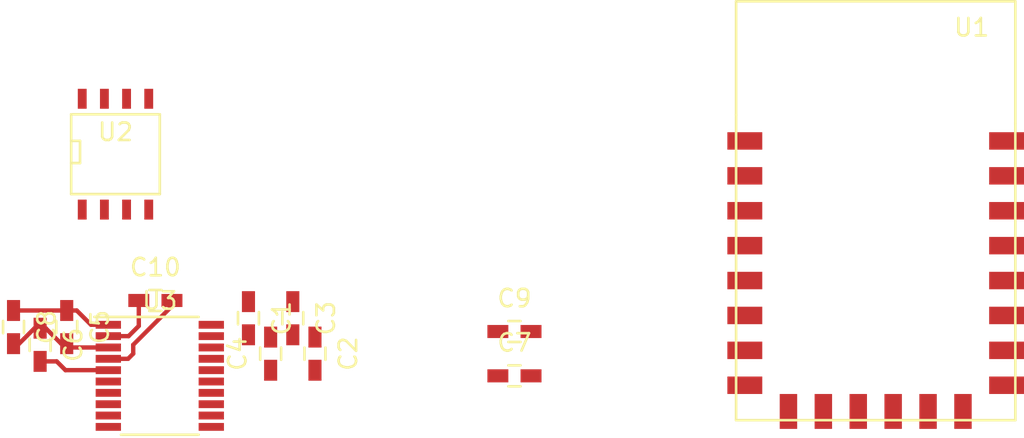
<source format=kicad_pcb>
(kicad_pcb (version 4) (host pcbnew 4.0.2+dfsg1-2~bpo8+1-stable)

  (general
    (links 27)
    (no_connects 19)
    (area 0 0 0 0)
    (thickness 1.6)
    (drawings 0)
    (tracks 24)
    (zones 0)
    (modules 13)
    (nets 7)
  )

  (page A4)
  (layers
    (0 F.Cu signal)
    (31 B.Cu signal)
    (32 B.Adhes user hide)
    (33 F.Adhes user hide)
    (34 B.Paste user hide)
    (35 F.Paste user hide)
    (36 B.SilkS user hide)
    (37 F.SilkS user hide)
    (38 B.Mask user hide)
    (39 F.Mask user hide)
    (40 Dwgs.User user)
    (41 Cmts.User user)
    (42 Eco1.User user hide)
    (43 Eco2.User user hide)
    (44 Edge.Cuts user hide)
    (45 Margin user)
    (46 B.CrtYd user)
    (47 F.CrtYd user)
    (48 B.Fab user hide)
    (49 F.Fab user hide)
  )

  (setup
    (last_trace_width 0.25)
    (trace_clearance 0.2)
    (zone_clearance 0.508)
    (zone_45_only no)
    (trace_min 0.2)
    (segment_width 0.2)
    (edge_width 0.1)
    (via_size 0.6)
    (via_drill 0.4)
    (via_min_size 0.4)
    (via_min_drill 0.3)
    (uvia_size 0.3)
    (uvia_drill 0.1)
    (uvias_allowed no)
    (uvia_min_size 0.2)
    (uvia_min_drill 0.1)
    (pcb_text_width 0.3)
    (pcb_text_size 1.5 1.5)
    (mod_edge_width 0.15)
    (mod_text_size 1 1)
    (mod_text_width 0.15)
    (pad_size 1.5 1.5)
    (pad_drill 0.6)
    (pad_to_mask_clearance 0)
    (aux_axis_origin 0 0)
    (visible_elements FFFCFF7F)
    (pcbplotparams
      (layerselection 0x00030_80000001)
      (usegerberextensions false)
      (excludeedgelayer true)
      (linewidth 0.100000)
      (plotframeref false)
      (viasonmask false)
      (mode 1)
      (useauxorigin false)
      (hpglpennumber 1)
      (hpglpenspeed 20)
      (hpglpendiameter 15)
      (hpglpenoverlay 2)
      (psnegative false)
      (psa4output false)
      (plotreference true)
      (plotvalue true)
      (plotinvisibletext false)
      (padsonsilk false)
      (subtractmaskfromsilk false)
      (outputformat 1)
      (mirror false)
      (drillshape 1)
      (scaleselection 1)
      (outputdirectory ""))
  )

  (net 0 "")
  (net 1 +3V3)
  (net 2 GND)
  (net 3 "Net-(C2-Pad2)")
  (net 4 "Net-(C6-Pad2)")
  (net 5 "Net-(C10-Pad1)")
  (net 6 "Net-(C10-Pad2)")

  (net_class Default "This is the default net class."
    (clearance 0.2)
    (trace_width 0.25)
    (via_dia 0.6)
    (via_drill 0.4)
    (uvia_dia 0.3)
    (uvia_drill 0.1)
    (add_net +3V3)
    (add_net GND)
    (add_net "Net-(C10-Pad1)")
    (add_net "Net-(C10-Pad2)")
    (add_net "Net-(C2-Pad2)")
    (add_net "Net-(C6-Pad2)")
  )

  (module Capacitors_SMD:C_0603_HandSoldering (layer F.Cu) (tedit 541A9B4D) (tstamp 58039B7D)
    (at 128.27 109.728 270)
    (descr "Capacitor SMD 0603, hand soldering")
    (tags "capacitor 0603")
    (path /5803945D)
    (attr smd)
    (fp_text reference C1 (at 0 -1.9 270) (layer F.SilkS)
      (effects (font (size 1 1) (thickness 0.15)))
    )
    (fp_text value 100nF (at 0 1.9 270) (layer F.Fab)
      (effects (font (size 1 1) (thickness 0.15)))
    )
    (fp_line (start -1.85 -0.75) (end 1.85 -0.75) (layer F.CrtYd) (width 0.05))
    (fp_line (start -1.85 0.75) (end 1.85 0.75) (layer F.CrtYd) (width 0.05))
    (fp_line (start -1.85 -0.75) (end -1.85 0.75) (layer F.CrtYd) (width 0.05))
    (fp_line (start 1.85 -0.75) (end 1.85 0.75) (layer F.CrtYd) (width 0.05))
    (fp_line (start -0.35 -0.6) (end 0.35 -0.6) (layer F.SilkS) (width 0.15))
    (fp_line (start 0.35 0.6) (end -0.35 0.6) (layer F.SilkS) (width 0.15))
    (pad 1 smd rect (at -0.95 0 270) (size 1.2 0.75) (layers F.Cu F.Paste F.Mask)
      (net 1 +3V3))
    (pad 2 smd rect (at 0.95 0 270) (size 1.2 0.75) (layers F.Cu F.Paste F.Mask)
      (net 2 GND))
    (model Capacitors_SMD.3dshapes/C_0603_HandSoldering.wrl
      (at (xyz 0 0 0))
      (scale (xyz 1 1 1))
      (rotate (xyz 0 0 0))
    )
  )

  (module Capacitors_SMD:C_0603_HandSoldering (layer F.Cu) (tedit 541A9B4D) (tstamp 58039B83)
    (at 132.08 111.76 270)
    (descr "Capacitor SMD 0603, hand soldering")
    (tags "capacitor 0603")
    (path /580394C0)
    (attr smd)
    (fp_text reference C2 (at 0 -1.9 270) (layer F.SilkS)
      (effects (font (size 1 1) (thickness 0.15)))
    )
    (fp_text value 100nF (at 0 1.9 270) (layer F.Fab)
      (effects (font (size 1 1) (thickness 0.15)))
    )
    (fp_line (start -1.85 -0.75) (end 1.85 -0.75) (layer F.CrtYd) (width 0.05))
    (fp_line (start -1.85 0.75) (end 1.85 0.75) (layer F.CrtYd) (width 0.05))
    (fp_line (start -1.85 -0.75) (end -1.85 0.75) (layer F.CrtYd) (width 0.05))
    (fp_line (start 1.85 -0.75) (end 1.85 0.75) (layer F.CrtYd) (width 0.05))
    (fp_line (start -0.35 -0.6) (end 0.35 -0.6) (layer F.SilkS) (width 0.15))
    (fp_line (start 0.35 0.6) (end -0.35 0.6) (layer F.SilkS) (width 0.15))
    (pad 1 smd rect (at -0.95 0 270) (size 1.2 0.75) (layers F.Cu F.Paste F.Mask)
      (net 2 GND))
    (pad 2 smd rect (at 0.95 0 270) (size 1.2 0.75) (layers F.Cu F.Paste F.Mask)
      (net 3 "Net-(C2-Pad2)"))
    (model Capacitors_SMD.3dshapes/C_0603_HandSoldering.wrl
      (at (xyz 0 0 0))
      (scale (xyz 1 1 1))
      (rotate (xyz 0 0 0))
    )
  )

  (module Capacitors_SMD:C_0603_HandSoldering (layer F.Cu) (tedit 541A9B4D) (tstamp 58039BA7)
    (at 114.808 110.236 270)
    (descr "Capacitor SMD 0603, hand soldering")
    (tags "capacitor 0603")
    (path /5803A91B)
    (attr smd)
    (fp_text reference C8 (at 0 -1.9 270) (layer F.SilkS)
      (effects (font (size 1 1) (thickness 0.15)))
    )
    (fp_text value 100nF (at 0 1.9 270) (layer F.Fab)
      (effects (font (size 1 1) (thickness 0.15)))
    )
    (fp_line (start -1.85 -0.75) (end 1.85 -0.75) (layer F.CrtYd) (width 0.05))
    (fp_line (start -1.85 0.75) (end 1.85 0.75) (layer F.CrtYd) (width 0.05))
    (fp_line (start -1.85 -0.75) (end -1.85 0.75) (layer F.CrtYd) (width 0.05))
    (fp_line (start 1.85 -0.75) (end 1.85 0.75) (layer F.CrtYd) (width 0.05))
    (fp_line (start -0.35 -0.6) (end 0.35 -0.6) (layer F.SilkS) (width 0.15))
    (fp_line (start 0.35 0.6) (end -0.35 0.6) (layer F.SilkS) (width 0.15))
    (pad 1 smd rect (at -0.95 0 270) (size 1.2 0.75) (layers F.Cu F.Paste F.Mask)
      (net 1 +3V3))
    (pad 2 smd rect (at 0.95 0 270) (size 1.2 0.75) (layers F.Cu F.Paste F.Mask)
      (net 2 GND))
    (model Capacitors_SMD.3dshapes/C_0603_HandSoldering.wrl
      (at (xyz 0 0 0))
      (scale (xyz 1 1 1))
      (rotate (xyz 0 0 0))
    )
  )

  (module Capacitors_SMD:C_0603_HandSoldering (layer F.Cu) (tedit 541A9B4D) (tstamp 58039BAD)
    (at 143.51 110.49)
    (descr "Capacitor SMD 0603, hand soldering")
    (tags "capacitor 0603")
    (path /5803A1E4)
    (attr smd)
    (fp_text reference C9 (at 0 -1.9) (layer F.SilkS)
      (effects (font (size 1 1) (thickness 0.15)))
    )
    (fp_text value 100nF (at 0 1.9) (layer F.Fab)
      (effects (font (size 1 1) (thickness 0.15)))
    )
    (fp_line (start -1.85 -0.75) (end 1.85 -0.75) (layer F.CrtYd) (width 0.05))
    (fp_line (start -1.85 0.75) (end 1.85 0.75) (layer F.CrtYd) (width 0.05))
    (fp_line (start -1.85 -0.75) (end -1.85 0.75) (layer F.CrtYd) (width 0.05))
    (fp_line (start 1.85 -0.75) (end 1.85 0.75) (layer F.CrtYd) (width 0.05))
    (fp_line (start -0.35 -0.6) (end 0.35 -0.6) (layer F.SilkS) (width 0.15))
    (fp_line (start 0.35 0.6) (end -0.35 0.6) (layer F.SilkS) (width 0.15))
    (pad 1 smd rect (at -0.95 0) (size 1.2 0.75) (layers F.Cu F.Paste F.Mask)
      (net 1 +3V3))
    (pad 2 smd rect (at 0.95 0) (size 1.2 0.75) (layers F.Cu F.Paste F.Mask)
      (net 2 GND))
    (model Capacitors_SMD.3dshapes/C_0603_HandSoldering.wrl
      (at (xyz 0 0 0))
      (scale (xyz 1 1 1))
      (rotate (xyz 0 0 0))
    )
  )

  (module ESP12:ESP12 (layer F.Cu) (tedit 5802971C) (tstamp 58039BCD)
    (at 156.21 115.57)
    (path /5803B1A5)
    (fp_text reference U1 (at 13.5 -22.5) (layer F.SilkS)
      (effects (font (size 1 1) (thickness 0.15)))
    )
    (fp_text value ESP12 (at 3 -22.5) (layer F.Fab)
      (effects (font (size 1 1) (thickness 0.15)))
    )
    (fp_line (start 0 -17.5) (end 0 -24) (layer F.SilkS) (width 0.15))
    (fp_line (start 0 -24) (end 16 -24) (layer F.SilkS) (width 0.15))
    (fp_line (start 16 -24) (end 16 -17) (layer F.SilkS) (width 0.15))
    (fp_line (start 16 0) (end 0 0) (layer F.SilkS) (width 0.15))
    (fp_line (start 16 0) (end 16 -17) (layer F.SilkS) (width 0.15))
    (fp_line (start 0 -17.5) (end 0 0) (layer F.SilkS) (width 0.15))
    (pad 1 smd rect (at 0.5 -16) (size 2 1) (layers F.Cu F.Paste F.Mask))
    (pad 2 smd rect (at 0.5 -14) (size 2 1) (layers F.Cu F.Paste F.Mask))
    (pad 3 smd rect (at 0.5 -12) (size 2 1) (layers F.Cu F.Paste F.Mask))
    (pad 4 smd rect (at 0.5 -10) (size 2 1) (layers F.Cu F.Paste F.Mask))
    (pad 5 smd rect (at 0.5 -8) (size 2 1) (layers F.Cu F.Paste F.Mask))
    (pad 6 smd rect (at 0.5 -6) (size 2 1) (layers F.Cu F.Paste F.Mask))
    (pad 7 smd rect (at 0.5 -4) (size 2 1) (layers F.Cu F.Paste F.Mask))
    (pad 8 smd rect (at 0.5 -2) (size 2 1) (layers F.Cu F.Paste F.Mask))
    (pad 9 smd rect (at 3 -0.5 90) (size 2 1) (layers F.Cu F.Paste F.Mask))
    (pad 10 smd rect (at 5 -0.5 90) (size 2 1) (layers F.Cu F.Paste F.Mask))
    (pad 11 smd rect (at 7 -0.5 90) (size 2 1) (layers F.Cu F.Paste F.Mask))
    (pad 12 smd rect (at 9 -0.5 90) (size 2 1) (layers F.Cu F.Paste F.Mask))
    (pad 13 smd rect (at 11 -0.5 90) (size 2 1) (layers F.Cu F.Paste F.Mask))
    (pad 14 smd rect (at 13 -0.5 90) (size 2 1) (layers F.Cu F.Paste F.Mask))
    (pad 15 smd rect (at 15.5 -2) (size 2 1) (layers F.Cu F.Paste F.Mask))
    (pad 16 smd rect (at 15.5 -4) (size 2 1) (layers F.Cu F.Paste F.Mask))
    (pad 17 smd rect (at 15.5 -6) (size 2 1) (layers F.Cu F.Paste F.Mask))
    (pad 18 smd rect (at 15.5 -8) (size 2 1) (layers F.Cu F.Paste F.Mask))
    (pad 19 smd rect (at 15.5 -10) (size 2 1) (layers F.Cu F.Paste F.Mask))
    (pad 20 smd rect (at 15.5 -12) (size 2 1) (layers F.Cu F.Paste F.Mask))
    (pad 21 smd rect (at 15.5 -14) (size 2 1) (layers F.Cu F.Paste F.Mask))
    (pad 22 smd rect (at 15.5 -16) (size 2 1) (layers F.Cu F.Paste F.Mask))
  )

  (module SMD_Packages:SOIC-8-N (layer F.Cu) (tedit 0) (tstamp 58039BD9)
    (at 120.65 100.33)
    (descr "Module Narrow CMS SOJ 8 pins large")
    (tags "CMS SOJ")
    (path /58034A41)
    (attr smd)
    (fp_text reference U2 (at 0 -1.27) (layer F.SilkS)
      (effects (font (size 1 1) (thickness 0.15)))
    )
    (fp_text value 23A1024 (at 0 1.27) (layer F.Fab)
      (effects (font (size 1 1) (thickness 0.15)))
    )
    (fp_line (start -2.54 -2.286) (end 2.54 -2.286) (layer F.SilkS) (width 0.15))
    (fp_line (start 2.54 -2.286) (end 2.54 2.286) (layer F.SilkS) (width 0.15))
    (fp_line (start 2.54 2.286) (end -2.54 2.286) (layer F.SilkS) (width 0.15))
    (fp_line (start -2.54 2.286) (end -2.54 -2.286) (layer F.SilkS) (width 0.15))
    (fp_line (start -2.54 -0.762) (end -2.032 -0.762) (layer F.SilkS) (width 0.15))
    (fp_line (start -2.032 -0.762) (end -2.032 0.508) (layer F.SilkS) (width 0.15))
    (fp_line (start -2.032 0.508) (end -2.54 0.508) (layer F.SilkS) (width 0.15))
    (pad 8 smd rect (at -1.905 -3.175) (size 0.508 1.143) (layers F.Cu F.Paste F.Mask))
    (pad 7 smd rect (at -0.635 -3.175) (size 0.508 1.143) (layers F.Cu F.Paste F.Mask))
    (pad 6 smd rect (at 0.635 -3.175) (size 0.508 1.143) (layers F.Cu F.Paste F.Mask))
    (pad 5 smd rect (at 1.905 -3.175) (size 0.508 1.143) (layers F.Cu F.Paste F.Mask))
    (pad 4 smd rect (at 1.905 3.175) (size 0.508 1.143) (layers F.Cu F.Paste F.Mask))
    (pad 3 smd rect (at 0.635 3.175) (size 0.508 1.143) (layers F.Cu F.Paste F.Mask))
    (pad 2 smd rect (at -0.635 3.175) (size 0.508 1.143) (layers F.Cu F.Paste F.Mask))
    (pad 1 smd rect (at -1.905 3.175) (size 0.508 1.143) (layers F.Cu F.Paste F.Mask))
    (model SMD_Packages.3dshapes/SOIC-8-N.wrl
      (at (xyz 0 0 0))
      (scale (xyz 0.5 0.38 0.5))
      (rotate (xyz 0 0 0))
    )
  )

  (module Housings_SSOP:TSSOP-20_4.4x6.5mm_Pitch0.65mm (layer F.Cu) (tedit 54130A77) (tstamp 58039BF1)
    (at 123.19 113.03)
    (descr "20-Lead Plastic Thin Shrink Small Outline (ST)-4.4 mm Body [TSSOP] (see Microchip Packaging Specification 00000049BS.pdf)")
    (tags "SSOP 0.65")
    (path /58038D3C)
    (attr smd)
    (fp_text reference U3 (at 0 -4.3) (layer F.SilkS)
      (effects (font (size 1 1) (thickness 0.15)))
    )
    (fp_text value PCM5100A (at 0 4.3) (layer F.Fab)
      (effects (font (size 1 1) (thickness 0.15)))
    )
    (fp_line (start -3.95 -3.55) (end -3.95 3.55) (layer F.CrtYd) (width 0.05))
    (fp_line (start 3.95 -3.55) (end 3.95 3.55) (layer F.CrtYd) (width 0.05))
    (fp_line (start -3.95 -3.55) (end 3.95 -3.55) (layer F.CrtYd) (width 0.05))
    (fp_line (start -3.95 3.55) (end 3.95 3.55) (layer F.CrtYd) (width 0.05))
    (fp_line (start -2.225 3.375) (end 2.225 3.375) (layer F.SilkS) (width 0.15))
    (fp_line (start -3.75 -3.375) (end 2.225 -3.375) (layer F.SilkS) (width 0.15))
    (pad 1 smd rect (at -2.95 -2.925) (size 1.45 0.45) (layers F.Cu F.Paste F.Mask)
      (net 1 +3V3))
    (pad 2 smd rect (at -2.95 -2.275) (size 1.45 0.45) (layers F.Cu F.Paste F.Mask)
      (net 5 "Net-(C10-Pad1)"))
    (pad 3 smd rect (at -2.95 -1.625) (size 1.45 0.45) (layers F.Cu F.Paste F.Mask)
      (net 2 GND))
    (pad 4 smd rect (at -2.95 -0.975) (size 1.45 0.45) (layers F.Cu F.Paste F.Mask)
      (net 6 "Net-(C10-Pad2)"))
    (pad 5 smd rect (at -2.95 -0.325) (size 1.45 0.45) (layers F.Cu F.Paste F.Mask)
      (net 4 "Net-(C6-Pad2)"))
    (pad 6 smd rect (at -2.95 0.325) (size 1.45 0.45) (layers F.Cu F.Paste F.Mask))
    (pad 7 smd rect (at -2.95 0.975) (size 1.45 0.45) (layers F.Cu F.Paste F.Mask))
    (pad 8 smd rect (at -2.95 1.625) (size 1.45 0.45) (layers F.Cu F.Paste F.Mask)
      (net 1 +3V3))
    (pad 9 smd rect (at -2.95 2.275) (size 1.45 0.45) (layers F.Cu F.Paste F.Mask)
      (net 2 GND))
    (pad 10 smd rect (at -2.95 2.925) (size 1.45 0.45) (layers F.Cu F.Paste F.Mask)
      (net 2 GND))
    (pad 11 smd rect (at 2.95 2.925) (size 1.45 0.45) (layers F.Cu F.Paste F.Mask)
      (net 2 GND))
    (pad 12 smd rect (at 2.95 2.275) (size 1.45 0.45) (layers F.Cu F.Paste F.Mask))
    (pad 13 smd rect (at 2.95 1.625) (size 1.45 0.45) (layers F.Cu F.Paste F.Mask))
    (pad 14 smd rect (at 2.95 0.975) (size 1.45 0.45) (layers F.Cu F.Paste F.Mask))
    (pad 15 smd rect (at 2.95 0.325) (size 1.45 0.45) (layers F.Cu F.Paste F.Mask))
    (pad 16 smd rect (at 2.95 -0.325) (size 1.45 0.45) (layers F.Cu F.Paste F.Mask)
      (net 2 GND))
    (pad 17 smd rect (at 2.95 -0.975) (size 1.45 0.45) (layers F.Cu F.Paste F.Mask))
    (pad 18 smd rect (at 2.95 -1.625) (size 1.45 0.45) (layers F.Cu F.Paste F.Mask)
      (net 3 "Net-(C2-Pad2)"))
    (pad 19 smd rect (at 2.95 -2.275) (size 1.45 0.45) (layers F.Cu F.Paste F.Mask)
      (net 2 GND))
    (pad 20 smd rect (at 2.95 -2.925) (size 1.45 0.45) (layers F.Cu F.Paste F.Mask)
      (net 1 +3V3))
    (model Housings_SSOP.3dshapes/TSSOP-20_4.4x6.5mm_Pitch0.65mm.wrl
      (at (xyz 0 0 0))
      (scale (xyz 1 1 1))
      (rotate (xyz 0 0 0))
    )
  )

  (module Capacitors_SMD:C_0603_HandSoldering (layer F.Cu) (tedit 541A9B4D) (tstamp 5803A06B)
    (at 130.81 109.728 270)
    (descr "Capacitor SMD 0603, hand soldering")
    (tags "capacitor 0603")
    (path /5803954A)
    (attr smd)
    (fp_text reference C3 (at 0 -1.9 270) (layer F.SilkS)
      (effects (font (size 1 1) (thickness 0.15)))
    )
    (fp_text value 10uF (at 0 1.9 270) (layer F.Fab)
      (effects (font (size 1 1) (thickness 0.15)))
    )
    (fp_line (start -1.85 -0.75) (end 1.85 -0.75) (layer F.CrtYd) (width 0.05))
    (fp_line (start -1.85 0.75) (end 1.85 0.75) (layer F.CrtYd) (width 0.05))
    (fp_line (start -1.85 -0.75) (end -1.85 0.75) (layer F.CrtYd) (width 0.05))
    (fp_line (start 1.85 -0.75) (end 1.85 0.75) (layer F.CrtYd) (width 0.05))
    (fp_line (start -0.35 -0.6) (end 0.35 -0.6) (layer F.SilkS) (width 0.15))
    (fp_line (start 0.35 0.6) (end -0.35 0.6) (layer F.SilkS) (width 0.15))
    (pad 1 smd rect (at -0.95 0 270) (size 1.2 0.75) (layers F.Cu F.Paste F.Mask)
      (net 1 +3V3))
    (pad 2 smd rect (at 0.95 0 270) (size 1.2 0.75) (layers F.Cu F.Paste F.Mask)
      (net 2 GND))
    (model Capacitors_SMD.3dshapes/C_0603_HandSoldering.wrl
      (at (xyz 0 0 0))
      (scale (xyz 1 1 1))
      (rotate (xyz 0 0 0))
    )
  )

  (module Capacitors_SMD:C_0603_HandSoldering (layer F.Cu) (tedit 541A9B4D) (tstamp 5803A070)
    (at 129.54 111.76 90)
    (descr "Capacitor SMD 0603, hand soldering")
    (tags "capacitor 0603")
    (path /580394ED)
    (attr smd)
    (fp_text reference C4 (at 0 -1.9 90) (layer F.SilkS)
      (effects (font (size 1 1) (thickness 0.15)))
    )
    (fp_text value 10uF (at 0 1.9 90) (layer F.Fab)
      (effects (font (size 1 1) (thickness 0.15)))
    )
    (fp_line (start -1.85 -0.75) (end 1.85 -0.75) (layer F.CrtYd) (width 0.05))
    (fp_line (start -1.85 0.75) (end 1.85 0.75) (layer F.CrtYd) (width 0.05))
    (fp_line (start -1.85 -0.75) (end -1.85 0.75) (layer F.CrtYd) (width 0.05))
    (fp_line (start 1.85 -0.75) (end 1.85 0.75) (layer F.CrtYd) (width 0.05))
    (fp_line (start -0.35 -0.6) (end 0.35 -0.6) (layer F.SilkS) (width 0.15))
    (fp_line (start 0.35 0.6) (end -0.35 0.6) (layer F.SilkS) (width 0.15))
    (pad 1 smd rect (at -0.95 0 90) (size 1.2 0.75) (layers F.Cu F.Paste F.Mask)
      (net 3 "Net-(C2-Pad2)"))
    (pad 2 smd rect (at 0.95 0 90) (size 1.2 0.75) (layers F.Cu F.Paste F.Mask)
      (net 2 GND))
    (model Capacitors_SMD.3dshapes/C_0603_HandSoldering.wrl
      (at (xyz 0 0 0))
      (scale (xyz 1 1 1))
      (rotate (xyz 0 0 0))
    )
  )

  (module Capacitors_SMD:C_0603_HandSoldering (layer F.Cu) (tedit 541A9B4D) (tstamp 5803A075)
    (at 117.856 110.236 270)
    (descr "Capacitor SMD 0603, hand soldering")
    (tags "capacitor 0603")
    (path /5803A987)
    (attr smd)
    (fp_text reference C5 (at 0 -1.9 270) (layer F.SilkS)
      (effects (font (size 1 1) (thickness 0.15)))
    )
    (fp_text value 10uF (at 0 1.9 270) (layer F.Fab)
      (effects (font (size 1 1) (thickness 0.15)))
    )
    (fp_line (start -1.85 -0.75) (end 1.85 -0.75) (layer F.CrtYd) (width 0.05))
    (fp_line (start -1.85 0.75) (end 1.85 0.75) (layer F.CrtYd) (width 0.05))
    (fp_line (start -1.85 -0.75) (end -1.85 0.75) (layer F.CrtYd) (width 0.05))
    (fp_line (start 1.85 -0.75) (end 1.85 0.75) (layer F.CrtYd) (width 0.05))
    (fp_line (start -0.35 -0.6) (end 0.35 -0.6) (layer F.SilkS) (width 0.15))
    (fp_line (start 0.35 0.6) (end -0.35 0.6) (layer F.SilkS) (width 0.15))
    (pad 1 smd rect (at -0.95 0 270) (size 1.2 0.75) (layers F.Cu F.Paste F.Mask)
      (net 1 +3V3))
    (pad 2 smd rect (at 0.95 0 270) (size 1.2 0.75) (layers F.Cu F.Paste F.Mask)
      (net 2 GND))
    (model Capacitors_SMD.3dshapes/C_0603_HandSoldering.wrl
      (at (xyz 0 0 0))
      (scale (xyz 1 1 1))
      (rotate (xyz 0 0 0))
    )
  )

  (module Capacitors_SMD:C_0603_HandSoldering (layer F.Cu) (tedit 541A9B4D) (tstamp 5803A07A)
    (at 116.332 111.252 270)
    (descr "Capacitor SMD 0603, hand soldering")
    (tags "capacitor 0603")
    (path /5803AB94)
    (attr smd)
    (fp_text reference C6 (at 0 -1.9 270) (layer F.SilkS)
      (effects (font (size 1 1) (thickness 0.15)))
    )
    (fp_text value 2.2uF (at 0 1.9 270) (layer F.Fab)
      (effects (font (size 1 1) (thickness 0.15)))
    )
    (fp_line (start -1.85 -0.75) (end 1.85 -0.75) (layer F.CrtYd) (width 0.05))
    (fp_line (start -1.85 0.75) (end 1.85 0.75) (layer F.CrtYd) (width 0.05))
    (fp_line (start -1.85 -0.75) (end -1.85 0.75) (layer F.CrtYd) (width 0.05))
    (fp_line (start 1.85 -0.75) (end 1.85 0.75) (layer F.CrtYd) (width 0.05))
    (fp_line (start -0.35 -0.6) (end 0.35 -0.6) (layer F.SilkS) (width 0.15))
    (fp_line (start 0.35 0.6) (end -0.35 0.6) (layer F.SilkS) (width 0.15))
    (pad 1 smd rect (at -0.95 0 270) (size 1.2 0.75) (layers F.Cu F.Paste F.Mask)
      (net 2 GND))
    (pad 2 smd rect (at 0.95 0 270) (size 1.2 0.75) (layers F.Cu F.Paste F.Mask)
      (net 4 "Net-(C6-Pad2)"))
    (model Capacitors_SMD.3dshapes/C_0603_HandSoldering.wrl
      (at (xyz 0 0 0))
      (scale (xyz 1 1 1))
      (rotate (xyz 0 0 0))
    )
  )

  (module Capacitors_SMD:C_0603_HandSoldering (layer F.Cu) (tedit 541A9B4D) (tstamp 5803A07F)
    (at 143.51 113.03)
    (descr "Capacitor SMD 0603, hand soldering")
    (tags "capacitor 0603")
    (path /5803A242)
    (attr smd)
    (fp_text reference C7 (at 0 -1.9) (layer F.SilkS)
      (effects (font (size 1 1) (thickness 0.15)))
    )
    (fp_text value 10uF (at 0 1.9) (layer F.Fab)
      (effects (font (size 1 1) (thickness 0.15)))
    )
    (fp_line (start -1.85 -0.75) (end 1.85 -0.75) (layer F.CrtYd) (width 0.05))
    (fp_line (start -1.85 0.75) (end 1.85 0.75) (layer F.CrtYd) (width 0.05))
    (fp_line (start -1.85 -0.75) (end -1.85 0.75) (layer F.CrtYd) (width 0.05))
    (fp_line (start 1.85 -0.75) (end 1.85 0.75) (layer F.CrtYd) (width 0.05))
    (fp_line (start -0.35 -0.6) (end 0.35 -0.6) (layer F.SilkS) (width 0.15))
    (fp_line (start 0.35 0.6) (end -0.35 0.6) (layer F.SilkS) (width 0.15))
    (pad 1 smd rect (at -0.95 0) (size 1.2 0.75) (layers F.Cu F.Paste F.Mask)
      (net 1 +3V3))
    (pad 2 smd rect (at 0.95 0) (size 1.2 0.75) (layers F.Cu F.Paste F.Mask)
      (net 2 GND))
    (model Capacitors_SMD.3dshapes/C_0603_HandSoldering.wrl
      (at (xyz 0 0 0))
      (scale (xyz 1 1 1))
      (rotate (xyz 0 0 0))
    )
  )

  (module Capacitors_SMD:C_0603_HandSoldering (layer F.Cu) (tedit 541A9B4D) (tstamp 5803A084)
    (at 122.936 108.712)
    (descr "Capacitor SMD 0603, hand soldering")
    (tags "capacitor 0603")
    (path /5803AD3E)
    (attr smd)
    (fp_text reference C10 (at 0 -1.9) (layer F.SilkS)
      (effects (font (size 1 1) (thickness 0.15)))
    )
    (fp_text value 2.2uF (at 0 1.9) (layer F.Fab)
      (effects (font (size 1 1) (thickness 0.15)))
    )
    (fp_line (start -1.85 -0.75) (end 1.85 -0.75) (layer F.CrtYd) (width 0.05))
    (fp_line (start -1.85 0.75) (end 1.85 0.75) (layer F.CrtYd) (width 0.05))
    (fp_line (start -1.85 -0.75) (end -1.85 0.75) (layer F.CrtYd) (width 0.05))
    (fp_line (start 1.85 -0.75) (end 1.85 0.75) (layer F.CrtYd) (width 0.05))
    (fp_line (start -0.35 -0.6) (end 0.35 -0.6) (layer F.SilkS) (width 0.15))
    (fp_line (start 0.35 0.6) (end -0.35 0.6) (layer F.SilkS) (width 0.15))
    (pad 1 smd rect (at -0.95 0) (size 1.2 0.75) (layers F.Cu F.Paste F.Mask)
      (net 5 "Net-(C10-Pad1)"))
    (pad 2 smd rect (at 0.95 0) (size 1.2 0.75) (layers F.Cu F.Paste F.Mask)
      (net 6 "Net-(C10-Pad2)"))
    (model Capacitors_SMD.3dshapes/C_0603_HandSoldering.wrl
      (at (xyz 0 0 0))
      (scale (xyz 1 1 1))
      (rotate (xyz 0 0 0))
    )
  )

  (segment (start 117.856 109.286) (end 114.808 109.286) (width 0.25) (layer F.Cu) (net 1) (status C00000))
  (segment (start 120.24 110.105) (end 119.249 110.105) (width 0.25) (layer F.Cu) (net 1) (status 400000))
  (segment (start 118.43 109.286) (end 117.856 109.286) (width 0.25) (layer F.Cu) (net 1) (tstamp 5803A257) (status 800000))
  (segment (start 119.249 110.105) (end 118.43 109.286) (width 0.25) (layer F.Cu) (net 1) (tstamp 5803A24E))
  (segment (start 117.856 111.186) (end 118.075 111.405) (width 0.25) (layer F.Cu) (net 2) (status C00000))
  (segment (start 118.075 111.405) (end 120.24 111.405) (width 0.25) (layer F.Cu) (net 2) (tstamp 5803A26C) (status C00000))
  (segment (start 117.536 111.186) (end 117.094 110.744) (width 0.25) (layer F.Cu) (net 2) (status 400000))
  (segment (start 117.094 110.744) (end 116.652 110.302) (width 0.25) (layer F.Cu) (net 2) (tstamp 5803A264) (status 800000))
  (segment (start 117.536 111.186) (end 117.856 111.186) (width 0.25) (layer F.Cu) (net 2) (tstamp 5803A267) (status C00000))
  (segment (start 116.332 110.302) (end 116.652 110.302) (width 0.25) (layer F.Cu) (net 2) (status C00000))
  (segment (start 114.808 111.186) (end 115.128 111.186) (width 0.25) (layer F.Cu) (net 2) (status C00000))
  (segment (start 115.128 111.186) (end 116.012 110.302) (width 0.25) (layer F.Cu) (net 2) (tstamp 5803A25F) (status C00000))
  (segment (start 116.012 110.302) (end 116.332 110.302) (width 0.25) (layer F.Cu) (net 2) (tstamp 5803A261) (status C00000))
  (segment (start 120.24 112.705) (end 117.785 112.705) (width 0.25) (layer F.Cu) (net 4) (status 400000))
  (segment (start 117.282 112.202) (end 116.332 112.202) (width 0.25) (layer F.Cu) (net 4) (tstamp 5803A281) (status 800000))
  (segment (start 117.785 112.705) (end 117.282 112.202) (width 0.25) (layer F.Cu) (net 4) (tstamp 5803A275))
  (segment (start 120.24 110.755) (end 121.401 110.755) (width 0.25) (layer F.Cu) (net 5) (status 400000))
  (segment (start 121.986 110.17) (end 121.986 108.712) (width 0.25) (layer F.Cu) (net 5) (tstamp 5803A21F) (status 800000))
  (segment (start 121.401 110.755) (end 121.986 110.17) (width 0.25) (layer F.Cu) (net 5) (tstamp 5803A21B))
  (segment (start 120.24 112.055) (end 121.371 112.055) (width 0.25) (layer F.Cu) (net 6) (status 400000))
  (segment (start 121.666 111.252) (end 123.886 109.032) (width 0.25) (layer F.Cu) (net 6) (tstamp 5803A230) (status 800000))
  (segment (start 121.666 111.76) (end 121.666 111.252) (width 0.25) (layer F.Cu) (net 6) (tstamp 5803A22A))
  (segment (start 121.371 112.055) (end 121.666 111.76) (width 0.25) (layer F.Cu) (net 6) (tstamp 5803A224))
  (segment (start 123.886 109.032) (end 123.886 108.712) (width 0.25) (layer F.Cu) (net 6) (tstamp 5803A231) (status C00000))

)

</source>
